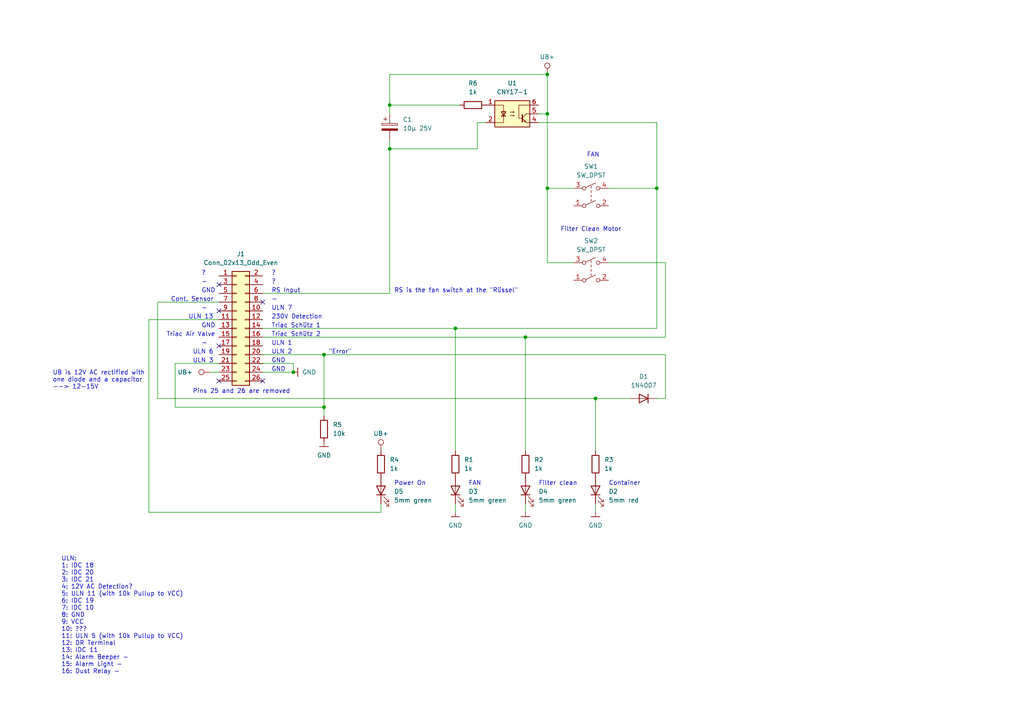
<source format=kicad_sch>
(kicad_sch (version 20230121) (generator eeschema)
  (paper "A4")
  (title_block (title "New Exhaust Control Panel Circuit") (date "2024-03-24") (company "Jonas Eberhard joseng.de"))
  (lib_symbols
    (symbol "Connector_Generic:Conn_02x13_Odd_Even" (pin_names (offset 1.016) hide)
      (property "Reference" "J" (at 1.27 17.78 0))
      (property "Value" "Conn_02x13_Odd_Even" (at 1.27 -17.78 0))
      (symbol "Conn_02x13_Odd_Even_1_1"
        (rectangle (start -1.27 -15.113) (end 0 -15.367) (stroke (width 0.1524)))
        (rectangle (start -1.27 -12.573) (end 0 -12.827) (stroke (width 0.1524)))
        (rectangle (start -1.27 -10.033) (end 0 -10.287) (stroke (width 0.1524)))
        (rectangle (start -1.27 -7.493) (end 0 -7.747) (stroke (width 0.1524)))
        (rectangle (start -1.27 -4.953) (end 0 -5.207) (stroke (width 0.1524)))
        (rectangle (start -1.27 -2.413) (end 0 -2.667) (stroke (width 0.1524)))
        (rectangle (start -1.27 0.127) (end 0 -0.127) (stroke (width 0.1524)))
        (rectangle (start -1.27 2.667) (end 0 2.413) (stroke (width 0.1524)))
        (rectangle (start -1.27 5.207) (end 0 4.953) (stroke (width 0.1524)))
        (rectangle (start -1.27 7.747) (end 0 7.493) (stroke (width 0.1524)))
        (rectangle (start -1.27 10.287) (end 0 10.033) (stroke (width 0.1524)))
        (rectangle (start -1.27 12.827) (end 0 12.573) (stroke (width 0.1524)))
        (rectangle (start -1.27 15.367) (end 0 15.113) (stroke (width 0.1524)))
        (rectangle (start -1.27 16.51) (end 3.81 -16.51) (stroke (width 0.254)) (fill (type background)))
        (rectangle (start 3.81 -15.113) (end 2.54 -15.367) (stroke (width 0.1524)))
        (rectangle (start 3.81 -12.573) (end 2.54 -12.827) (stroke (width 0.1524)))
        (rectangle (start 3.81 -10.033) (end 2.54 -10.287) (stroke (width 0.1524)))
        (rectangle (start 3.81 -7.493) (end 2.54 -7.747) (stroke (width 0.1524)))
        (rectangle (start 3.81 -4.953) (end 2.54 -5.207) (stroke (width 0.1524)))
        (rectangle (start 3.81 -2.413) (end 2.54 -2.667) (stroke (width 0.1524)))
        (rectangle (start 3.81 0.127) (end 2.54 -0.127) (stroke (width 0.1524)))
        (rectangle (start 3.81 2.667) (end 2.54 2.413) (stroke (width 0.1524)))
        (rectangle (start 3.81 5.207) (end 2.54 4.953) (stroke (width 0.1524)))
        (rectangle (start 3.81 7.747) (end 2.54 7.493) (stroke (width 0.1524)))
        (rectangle (start 3.81 10.287) (end 2.54 10.033) (stroke (width 0.1524)))
        (rectangle (start 3.81 12.827) (end 2.54 12.573) (stroke (width 0.1524)))
        (rectangle (start 3.81 15.367) (end 2.54 15.113) (stroke (width 0.1524)))
        (pin passive line (at -5.08 15.24 0) (length 3.81) (name "Pin_1") (number "1"))
        (pin passive line (at 7.62 5.08 180) (length 3.81) (name "Pin_10") (number "10"))
        (pin passive line (at -5.08 2.54 0) (length 3.81) (name "Pin_11") (number "11"))
        (pin passive line (at 7.62 2.54 180) (length 3.81) (name "Pin_12") (number "12"))
        (pin passive line (at -5.08 0 0) (length 3.81) (name "Pin_13") (number "13"))
        (pin passive line (at 7.62 0 180) (length 3.81) (name "Pin_14") (number "14"))
        (pin passive line (at -5.08 -2.54 0) (length 3.81) (name "Pin_15") (number "15"))
        (pin passive line (at 7.62 -2.54 180) (length 3.81) (name "Pin_16") (number "16"))
        (pin passive line (at -5.08 -5.08 0) (length 3.81) (name "Pin_17") (number "17"))
        (pin passive line (at 7.62 -5.08 180) (length 3.81) (name "Pin_18") (number "18"))
        (pin passive line (at -5.08 -7.62 0) (length 3.81) (name "Pin_19") (number "19"))
        (pin passive line (at 7.62 15.24 180) (length 3.81) (name "Pin_2") (number "2"))
        (pin passive line (at 7.62 -7.62 180) (length 3.81) (name "Pin_20") (number "20"))
        (pin passive line (at -5.08 -10.16 0) (length 3.81) (name "Pin_21") (number "21"))
        (pin passive line (at 7.62 -10.16 180) (length 3.81) (name "Pin_22") (number "22"))
        (pin passive line (at -5.08 -12.7 0) (length 3.81) (name "Pin_23") (number "23"))
        (pin passive line (at 7.62 -12.7 180) (length 3.81) (name "Pin_24") (number "24"))
        (pin passive line (at -5.08 -15.24 0) (length 3.81) (name "Pin_25") (number "25"))
        (pin passive line (at 7.62 -15.24 180) (length 3.81) (name "Pin_26") (number "26"))
        (pin passive line (at -5.08 12.7 0) (length 3.81) (name "Pin_3") (number "3"))
        (pin passive line (at 7.62 12.7 180) (length 3.81) (name "Pin_4") (number "4"))
        (pin passive line (at -5.08 10.16 0) (length 3.81) (name "Pin_5") (number "5"))
        (pin passive line (at 7.62 10.16 180) (length 3.81) (name "Pin_6") (number "6"))
        (pin passive line (at -5.08 7.62 0) (length 3.81) (name "Pin_7") (number "7"))
        (pin passive line (at 7.62 7.62 180) (length 3.81) (name "Pin_8") (number "8"))
        (pin passive line (at -5.08 5.08 0) (length 3.81) (name "Pin_9") (number "9"))
      )
    )
    (symbol "Device:C_Polarized" (pin_numbers hide) (pin_names (offset 0.254))
      (property "Reference" "C" (at 0.635 2.54 0))
      (property "Value" "C_Polarized" (at 0.635 -2.54 0))
      (symbol "C_Polarized_0_1"
        (rectangle (start -2.286 0.508) (end 2.286 1.016))
        (polyline (pts (xy -1.778 2.286) (xy -0.762 2.286)))
        (polyline (pts (xy -1.27 2.794) (xy -1.27 1.778)))
        (rectangle (start 2.286 -0.508) (end -2.286 -1.016) (fill (type outline)))
      )
      (symbol "C_Polarized_1_1"
        (pin passive line (at 0 3.81 270) (length 2.794) (name "~") (number "1"))
        (pin passive line (at 0 -3.81 90) (length 2.794) (name "~") (number "2"))
      )
    )
    (symbol "Device:LED" (pin_numbers hide) (pin_names (offset 1.016) hide)
      (property "Reference" "D" (at 0 2.54 0))
      (property "Value" "LED" (at 0 -2.54 0))
      (symbol "LED_0_1"
        (polyline (pts (xy -1.27 -1.27) (xy -1.27 1.27)) (stroke (width 0.254)))
        (polyline (pts (xy -1.27 0) (xy 1.27 0)))
        (polyline (pts (xy 1.27 -1.27) (xy 1.27 1.27) (xy -1.27 0) (xy 1.27 -1.27)) (stroke (width 0.254)))
        (polyline (pts (xy -3.048 -0.762) (xy -4.572 -2.286) (xy -3.81 -2.286) (xy -4.572 -2.286) (xy -4.572 -1.524)))
        (polyline (pts (xy -1.778 -0.762) (xy -3.302 -2.286) (xy -2.54 -2.286) (xy -3.302 -2.286) (xy -3.302 -1.524)))
      )
      (symbol "LED_1_1"
        (pin passive line (at -3.81 0 0) (length 2.54) (name "K") (number "1"))
        (pin passive line (at 3.81 0 180) (length 2.54) (name "A") (number "2"))
      )
    )
    (symbol "Device:R" (pin_numbers hide) (pin_names (offset 0))
      (property "Reference" "R" (at 2.032 0 90))
      (property "Value" "R" (at 0 0 90))
      (symbol "R_0_1"
        (rectangle (start -1.016 -2.54) (end 1.016 2.54) (stroke (width 0.254)))
      )
      (symbol "R_1_1"
        (pin passive line (at 0 3.81 270) (length 1.27) (name "~") (number "1"))
        (pin passive line (at 0 -3.81 90) (length 1.27) (name "~") (number "2"))
      )
    )
    (symbol "Diode:1N4007" (pin_numbers hide) (pin_names hide)
      (property "Reference" "D" (at 0 2.54 0))
      (property "Value" "1N4007" (at 0 -2.54 0))
      (symbol "1N4007_0_1"
        (polyline (pts (xy -1.27 1.27) (xy -1.27 -1.27)) (stroke (width 0.254)))
        (polyline (pts (xy 1.27 0) (xy -1.27 0)))
        (polyline (pts (xy 1.27 1.27) (xy 1.27 -1.27) (xy -1.27 0) (xy 1.27 1.27)) (stroke (width 0.254)))
      )
      (symbol "1N4007_1_1"
        (pin passive line (at -3.81 0 0) (length 2.54) (name "K") (number "1"))
        (pin passive line (at 3.81 0 180) (length 2.54) (name "A") (number "2"))
      )
    )
    (symbol "Isolator:CNY17-1" (pin_names (offset 1.016))
      (property "Reference" "U" (at -5.08 5.08 0))
      (property "Value" "CNY17-1" (at 0 5.08 0))
      (symbol "CNY17-1_0_1"
        (rectangle (start -5.08 3.81) (end 5.08 -3.81) (stroke (width 0.254)) (fill (type background)))
        (polyline (pts (xy -3.175 -0.635) (xy -1.905 -0.635)) (stroke (width 0.254)))
        (polyline (pts (xy 2.921 -1.397) (xy 4.064 -2.54)))
        (polyline (pts (xy 2.921 -1.27) (xy 1.905 -1.27)))
        (polyline (pts (xy 2.921 -1.143) (xy 4.064 0)))
        (polyline (pts (xy 4.064 -2.54) (xy 5.08 -2.54)))
        (polyline (pts (xy 5.08 0) (xy 4.064 0)))
        (polyline (pts (xy -5.08 2.54) (xy -2.54 2.54) (xy -2.54 -0.762)))
        (polyline (pts (xy -2.54 -0.635) (xy -2.54 -2.54) (xy -5.08 -2.54)))
        (polyline (pts (xy 1.905 -1.27) (xy 1.905 2.54) (xy 5.08 2.54)))
        (polyline (pts (xy 2.921 -0.254) (xy 2.921 -2.286) (xy 2.921 -2.286)) (stroke (width 0.3556)))
        (polyline (pts (xy -2.54 -0.635) (xy -3.175 0.635) (xy -1.905 0.635) (xy -2.54 -0.635)) (stroke (width 0.254)))
        (polyline (pts (xy 3.937 -2.413) (xy 3.683 -1.905) (xy 3.429 -2.159) (xy 3.937 -2.413)))
        (polyline (pts (xy -0.635 -0.508) (xy 0.635 -0.508) (xy 0.254 -0.635) (xy 0.254 -0.381) (xy 0.635 -0.508)))
        (polyline (pts (xy -0.635 0.508) (xy 0.635 0.508) (xy 0.254 0.381) (xy 0.254 0.635) (xy 0.635 0.508)))
      )
      (symbol "CNY17-1_1_1"
        (pin passive line (at -7.62 2.54 0) (length 2.54) (name "~") (number "1"))
        (pin passive line (at -7.62 -2.54 0) (length 2.54) (name "~") (number "2"))
        (pin no_connect line (at -5.08 0 0) (length 2.54) hide (name "NC") (number "3"))
        (pin passive line (at 7.62 -2.54 180) (length 2.54) (name "~") (number "4"))
        (pin passive line (at 7.62 0 180) (length 2.54) (name "~") (number "5"))
        (pin passive line (at 7.62 2.54 180) (length 2.54) (name "~") (number "6"))
      )
    )
    (symbol "PowerSymbols:GND" (power) (pin_names (offset 0))
      (property "Value" "GND" (at 0 -3.81 0))
      (symbol "GND_0_1"
        (polyline (pts (xy -1.27 -1.27) (xy 1.27 -1.27)) (stroke (width 0.2032)))
        (polyline (pts (xy 0 0) (xy 0 -1.27)))
      )
      (symbol "GND_1_1"
        (pin power_in line (at 0 0 270) (length 0) hide (name "GND") (number "1"))
      )
    )
    (symbol "PowerSymbols:UB+" (power) (in_bom no) (on_board no)
      (property "Value" "UB+" (at 0 5.08 0))
      (symbol "UB+_0_1"
        (polyline (pts (xy 0 1.778) (xy 0 0)))
        (circle (center 0 2.54) (radius 0.762))
      )
      (symbol "UB+_1_1"
        (pin power_in line (at 0 0 90) (length 0) hide (name "UB+") (number "1"))
      )
    )
    (symbol "Switch:SW_DPST" (pin_names (offset 0) hide)
      (property "Reference" "SW" (at 0 5.08 0))
      (property "Value" "SW_DPST" (at 0 -5.08 0))
      (symbol "SW_DPST_0_0"
        (circle (center -2.032 -2.54) (radius 0.508))
        (circle (center -2.032 2.54) (radius 0.508))
        (polyline (pts (xy -1.524 -2.286) (xy 1.27 -1.016)))
        (polyline (pts (xy -1.524 2.794) (xy 1.27 4.064)))
        (polyline (pts (xy 0 -1.27) (xy 0 -0.635)))
        (polyline (pts (xy 0 0) (xy 0 0.635)))
        (polyline (pts (xy 0 1.27) (xy 0 1.905)))
        (polyline (pts (xy 0 2.54) (xy 0 3.175)))
        (circle (center 2.032 -2.54) (radius 0.508))
        (circle (center 2.032 2.54) (radius 0.508))
      )
      (symbol "SW_DPST_1_1"
        (pin passive line (at -5.08 -2.54 0) (length 2.54) (name "1") (number "1"))
        (pin passive line (at 5.08 -2.54 180) (length 2.54) (name "2") (number "2"))
        (pin passive line (at -5.08 2.54 0) (length 2.54) (name "3") (number "3"))
        (pin passive line (at 5.08 2.54 180) (length 2.54) (name "4") (number "4"))
      )
    )
  )
  (junction (at 93.98 102.87))
  (junction (at 172.72 115.57))
  (junction (at 158.75 54.61))
  (junction (at 158.75 21.59))
  (junction (at 113.03 30.48))
  (junction (at 93.98 118.11))
  (junction (at 152.4 97.79))
  (junction (at 190.5 54.61))
  (junction (at 113.03 43.18))
  (junction (at 158.75 33.02))
  (junction (at 85.09 107.95))
  (junction (at 132.08 95.25))
  (no_connect (at 76.2 110.49))
  (no_connect (at 63.5 100.33))
  (no_connect (at 63.5 90.17))
  (no_connect (at 63.5 82.55))
  (no_connect (at 76.2 87.63))
  (no_connect (at 63.5 110.49))
  (wire (pts (xy 132.08 148.59) (xy 132.08 146.05)))
  (wire (pts (xy 45.72 87.63) (xy 45.72 115.57)))
  (wire (pts (xy 172.72 115.57) (xy 182.88 115.57)))
  (wire (pts (xy 156.21 35.56) (xy 190.5 35.56)))
  (wire (pts (xy 85.09 105.41) (xy 85.09 107.95)))
  (wire (pts (xy 193.04 76.2) (xy 176.53 76.2)))
  (wire (pts (xy 138.43 43.18) (xy 113.03 43.18)))
  (wire (pts (xy 60.96 107.95) (xy 63.5 107.95)))
  (wire (pts (xy 158.75 21.59) (xy 158.75 33.02)))
  (wire (pts (xy 172.72 148.59) (xy 172.72 146.05)))
  (wire (pts (xy 132.08 95.25) (xy 190.5 95.25)))
  (wire (pts (xy 45.72 115.57) (xy 172.72 115.57)))
  (wire (pts (xy 93.98 102.87) (xy 193.04 102.87)))
  (wire (pts (xy 176.53 54.61) (xy 190.5 54.61)))
  (wire (pts (xy 172.72 115.57) (xy 172.72 130.81)))
  (wire (pts (xy 158.75 54.61) (xy 166.37 54.61)))
  (wire (pts (xy 132.08 95.25) (xy 132.08 130.81)))
  (wire (pts (xy 76.2 107.95) (xy 85.09 107.95)))
  (wire (pts (xy 193.04 102.87) (xy 193.04 115.57)))
  (wire (pts (xy 138.43 35.56) (xy 138.43 43.18)))
  (wire (pts (xy 113.03 30.48) (xy 113.03 33.02)))
  (wire (pts (xy 76.2 105.41) (xy 85.09 105.41)))
  (wire (pts (xy 43.18 92.71) (xy 43.18 148.59)))
  (wire (pts (xy 113.03 43.18) (xy 113.03 85.09)))
  (wire (pts (xy 113.03 21.59) (xy 158.75 21.59)))
  (wire (pts (xy 190.5 35.56) (xy 190.5 54.61)))
  (wire (pts (xy 152.4 97.79) (xy 193.04 97.79)))
  (wire (pts (xy 166.37 76.2) (xy 158.75 76.2)))
  (wire (pts (xy 158.75 33.02) (xy 158.75 54.61)))
  (wire (pts (xy 140.97 35.56) (xy 138.43 35.56)))
  (wire (pts (xy 190.5 54.61) (xy 190.5 95.25)))
  (wire (pts (xy 113.03 85.09) (xy 76.2 85.09)))
  (wire (pts (xy 50.8 118.11) (xy 93.98 118.11)))
  (wire (pts (xy 63.5 105.41) (xy 50.8 105.41)))
  (wire (pts (xy 76.2 95.25) (xy 132.08 95.25)))
  (wire (pts (xy 190.5 115.57) (xy 193.04 115.57)))
  (wire (pts (xy 76.2 97.79) (xy 152.4 97.79)))
  (wire (pts (xy 63.5 87.63) (xy 45.72 87.63)))
  (wire (pts (xy 158.75 54.61) (xy 158.75 76.2)))
  (wire (pts (xy 152.4 97.79) (xy 152.4 130.81)))
  (wire (pts (xy 93.98 102.87) (xy 76.2 102.87)))
  (wire (pts (xy 152.4 148.59) (xy 152.4 146.05)))
  (wire (pts (xy 113.03 43.18) (xy 113.03 40.64)))
  (wire (pts (xy 133.35 30.48) (xy 113.03 30.48)))
  (wire (pts (xy 113.03 30.48) (xy 113.03 21.59)))
  (wire (pts (xy 43.18 148.59) (xy 110.49 148.59)))
  (wire (pts (xy 50.8 105.41) (xy 50.8 118.11)))
  (wire (pts (xy 93.98 118.11) (xy 93.98 120.65)))
  (wire (pts (xy 156.21 33.02) (xy 158.75 33.02)))
  (wire (pts (xy 93.98 118.11) (xy 93.98 102.87)))
  (wire (pts (xy 110.49 146.05) (xy 110.49 148.59)))
  (wire (pts (xy 63.5 92.71) (xy 43.18 92.71)))
  (wire (pts (xy 193.04 97.79) (xy 193.04 76.2)))
  (text "Pins 25 and 26 are removed" (at 55.88 114.3 0) (effects (font (size 1.27 1.27)) (justify left bottom)))
  (text "Power On" (at 114.3 140.97 0) (effects (font (size 1.27 1.27)) (justify left bottom)))
  (text "ULN:\n1: IDC 18\n2: IDC 20\n3: IDC 21\n4: 12V AC Detection?\n5: ULN 11 (with 10k Pullup to VCC)\n6: IDC 19\n7: IDC 10\n8: GND\n9: VCC\n10: ???\n11: ULN 5 (with 10k Pullup to VCC)\n12: DR Terminal\n13: IDC 11\n14: Alarm Beeper -\n15: Alarm Light -\n16: Dust Relay -" (at 17.78 195.58 0) (effects (font (size 1.27 1.27)) (justify left bottom)))
  (text "RS Input" (at 78.74 85.09 0) (effects (font (size 1.27 1.27)) (justify left bottom)))
  (text "?" (at 78.74 82.55 0) (effects (font (size 1.27 1.27)) (justify left bottom)))
  (text "GND" (at 58.42 85.09 0) (effects (font (size 1.27 1.27)) (justify left bottom)))
  (text "ULN 6" (at 55.88 102.87 0) (effects (font (size 1.27 1.27)) (justify left bottom)))
  (text "GND" (at 78.74 107.95 0) (effects (font (size 1.27 1.27)) (justify left bottom)))
  (text "ULN 2" (at 78.74 102.87 0) (effects (font (size 1.27 1.27)) (justify left bottom)))
  (text "Filter clean" (at 156.21 140.97 0) (effects (font (size 1.27 1.27)) (justify left bottom)))
  (text "Triac Air Valve" (at 48.26 97.79 0) (effects (font (size 1.27 1.27)) (justify left bottom)))
  (text "FAN" (at 170.18 45.72 0) (effects (font (size 1.27 1.27)) (justify left bottom)))
  (text "Cont. Sensor" (at 49.53 87.63 0) (effects (font (size 1.27 1.27)) (justify left bottom)))
  (text "GND" (at 78.74 105.41 0) (effects (font (size 1.27 1.27)) (justify left bottom)))
  (text "?" (at 78.74 80.01 0) (effects (font (size 1.27 1.27)) (justify left bottom)))
  (text "230V Detection" (at 78.74 92.71 0) (effects (font (size 1.27 1.27)) (justify left bottom)))
  (text "\"Error\"" (at 95.25 102.87 0) (effects (font (size 1.27 1.27)) (justify left bottom)))
  (text "GND" (at 58.42 95.25 0) (effects (font (size 1.27 1.27)) (justify left bottom)))
  (text "ULN 7" (at 78.74 90.17 0) (effects (font (size 1.27 1.27)) (justify left bottom)))
  (text "Triac Schütz 1" (at 78.74 95.25 0) (effects (font (size 1.27 1.27)) (justify left bottom)))
  (text "Container" (at 176.53 140.97 0) (effects (font (size 1.27 1.27)) (justify left bottom)))
  (text "-" (at 58.42 90.17 0) (effects (font (size 1.27 1.27)) (justify left bottom)))
  (text "-" (at 78.74 87.63 0) (effects (font (size 1.27 1.27)) (justify left bottom)))
  (text "FAN" (at 135.89 140.97 0) (effects (font (size 1.27 1.27)) (justify left bottom)))
  (text "ULN 13" (at 54.61 92.71 0) (effects (font (size 1.27 1.27)) (justify left bottom)))
  (text "UB is 12V AC rectified with\none diode and a capacitor\n--> 12-15V" (at 15.24 113.03 0) (effects (font (size 1.27 1.27)) (justify left bottom)))
  (text "RS is the fan switch at the \"Rüssel\"" (at 114.3 85.09 0) (effects (font (size 1.27 1.27)) (justify left bottom)))
  (text "?" (at 58.42 80.01 0) (effects (font (size 1.27 1.27)) (justify left bottom)))
  (text "-" (at 58.42 100.33 0) (effects (font (size 1.27 1.27)) (justify left bottom)))
  (text "-" (at 58.42 82.55 0) (effects (font (size 1.27 1.27)) (justify left bottom)))
  (text "ULN 1" (at 78.74 100.33 0) (effects (font (size 1.27 1.27)) (justify left bottom)))
  (text "Filter Clean Motor" (at 162.56 67.31 0) (effects (font (size 1.27 1.27)) (justify left bottom)))
  (text "ULN 3" (at 55.88 105.41 0) (effects (font (size 1.27 1.27)) (justify left bottom)))
  (text "Triac Schütz 2" (at 78.74 97.79 0) (effects (font (size 1.27 1.27)) (justify left bottom)))
  (symbol (lib_id "Isolator:CNY17-1") (at 148.59 33.02 0) (unit 1)
    (property "Reference" "U1" (at 148.59 24.13 0))
    (property "Value" "CNY17-1" (at 148.59 26.67 0))
    (property "Datasheet" "http://www.vishay.com/docs/83606/cny17.pdf" (effects hide))
  )
  (symbol (lib_id "Device:LED") (at 132.08 142.24 90) (unit 1)
    (property "Reference" "D3" (at 135.89 142.5575 90) (effects (justify right)))
    (property "Value" "5mm green" (at 135.89 145.0975 90) (effects (justify right)))
  )
  (symbol (lib_id "Device:LED") (at 152.4 142.24 90) (unit 1)
    (property "Reference" "D4" (at 156.21 142.5575 90) (effects (justify right)))
    (property "Value" "5mm green" (at 156.21 145.0975 90) (effects (justify right)))
  )
  (symbol (lib_id "Diode:1N4007") (at 186.69 115.57 180) (unit 1)
    (property "Reference" "D1" (at 186.69 109.22 0))
    (property "Value" "1N4007" (at 186.69 111.76 0))
    (property "Footprint" "Diode_THT:D_DO-41_SOD81_P10.16mm_Horizontal" (effects hide))
    (property "Datasheet" "http://www.vishay.com/docs/88503/1n4001.pdf" (effects hide))
    (property "Sim.Device" "D" (effects hide))
    (property "Sim.Pins" "1=K 2=A" (effects hide))
  )
  (symbol (lib_id "Switch:SW_DPST") (at 171.45 57.15 0) (unit 1)
    (property "Reference" "SW1" (at 171.45 48.26 0))
    (property "Value" "SW_DPST" (at 171.45 50.8 0))
  )
  (symbol (lib_id "Device:R") (at 132.08 134.62 0) (unit 1)
    (property "Reference" "R1" (at 134.62 133.35 0) (effects (justify left)))
    (property "Value" "1k" (at 134.62 135.89 0) (effects (justify left)))
  )
  (symbol (lib_id "Device:R") (at 110.49 134.62 0) (unit 1)
    (property "Reference" "R4" (at 113.03 133.35 0) (effects (justify left)))
    (property "Value" "1k" (at 113.03 135.89 0) (effects (justify left)))
  )
  (symbol (lib_id "Connector_Generic:Conn_02x13_Odd_Even") (at 68.58 95.25 0) (unit 1)
    (property "Reference" "J1" (at 69.85 73.66 0))
    (property "Value" "Conn_02x13_Odd_Even" (at 69.85 76.2 0))
  )
  (symbol (lib_id "Device:LED") (at 172.72 142.24 90) (unit 1)
    (property "Reference" "D2" (at 176.53 142.5575 90) (effects (justify right)))
    (property "Value" "5mm red" (at 176.53 145.0975 90) (effects (justify right)))
  )
  (symbol (lib_id "PowerSymbols:UB+") (at 158.75 21.59 0) (unit 1) (in_bom no) (on_board no)
    (property "Reference" "#PWR02" (effects hide))
    (property "Value" "UB+" (at 158.75 16.51 0))
  )
  (symbol (lib_id "PowerSymbols:UB+") (at 110.49 130.81 0) (unit 1) (in_bom no) (on_board no)
    (property "Reference" "#PWR07" (effects hide))
    (property "Value" "UB+" (at 110.49 125.73 0))
  )
  (symbol (lib_id "Device:LED") (at 110.49 142.24 90) (unit 1)
    (property "Reference" "D5" (at 114.3 142.5575 90) (effects (justify right)))
    (property "Value" "5mm green" (at 114.3 145.0975 90) (effects (justify right)))
  )
  (symbol (lib_id "PowerSymbols:GND") (at 93.98 128.27 0) (unit 1)
    (property "Reference" "#PWR08" (effects hide))
    (property "Value" "GND" (at 93.98 132.08 0))
  )
  (symbol (lib_id "Device:R") (at 137.16 30.48 90) (unit 1)
    (property "Reference" "R6" (at 137.16 24.13 90))
    (property "Value" "1k" (at 137.16 26.67 90))
  )
  (symbol (lib_id "Device:C_Polarized") (at 113.03 36.83 0) (unit 1)
    (property "Reference" "C1" (at 116.84 34.671 0) (effects (justify left)))
    (property "Value" "10µ 25V" (at 116.84 37.211 0) (effects (justify left)))
  )
  (symbol (lib_id "Device:R") (at 172.72 134.62 0) (unit 1)
    (property "Reference" "R3" (at 175.26 133.35 0) (effects (justify left)))
    (property "Value" "1k" (at 175.26 135.89 0) (effects (justify left)))
  )
  (symbol (lib_id "PowerSymbols:GND") (at 132.08 148.59 0) (unit 1)
    (property "Reference" "#PWR04" (effects hide))
    (property "Value" "GND" (at 132.08 152.4 0))
  )
  (symbol (lib_id "Device:R") (at 152.4 134.62 0) (unit 1)
    (property "Reference" "R2" (at 154.94 133.35 0) (effects (justify left)))
    (property "Value" "1k" (at 154.94 135.89 0) (effects (justify left)))
  )
  (symbol (lib_id "PowerSymbols:GND") (at 152.4 148.59 0) (unit 1)
    (property "Reference" "#PWR05" (effects hide))
    (property "Value" "GND" (at 152.4 152.4 0))
  )
  (symbol (lib_id "Switch:SW_DPST") (at 171.45 78.74 0) (unit 1)
    (property "Reference" "SW2" (at 171.45 69.85 0))
    (property "Value" "SW_DPST" (at 171.45 72.39 0))
  )
  (symbol (lib_id "PowerSymbols:GND") (at 172.72 148.59 0) (unit 1)
    (property "Reference" "#PWR06" (effects hide))
    (property "Value" "GND" (at 172.72 152.4 0))
  )
  (symbol (lib_id "PowerSymbols:GND") (at 85.09 107.95 90) (unit 1)
    (property "Reference" "#PWR01" (effects hide))
    (property "Value" "GND" (at 87.63 107.95 90) (effects (justify right)))
  )
  (symbol (lib_id "Device:R") (at 93.98 124.46 0) (unit 1)
    (property "Reference" "R5" (at 96.52 123.19 0) (effects (justify left)))
    (property "Value" "10k" (at 96.52 125.73 0) (effects (justify left)))
  )
  (symbol (lib_id "PowerSymbols:UB+") (at 60.96 107.95 90) (unit 1) (in_bom no) (on_board no)
    (property "Reference" "#PWR03" (effects hide))
    (property "Value" "UB+" (at 55.88 107.95 90) (effects (justify left)))
  )
)
</source>
